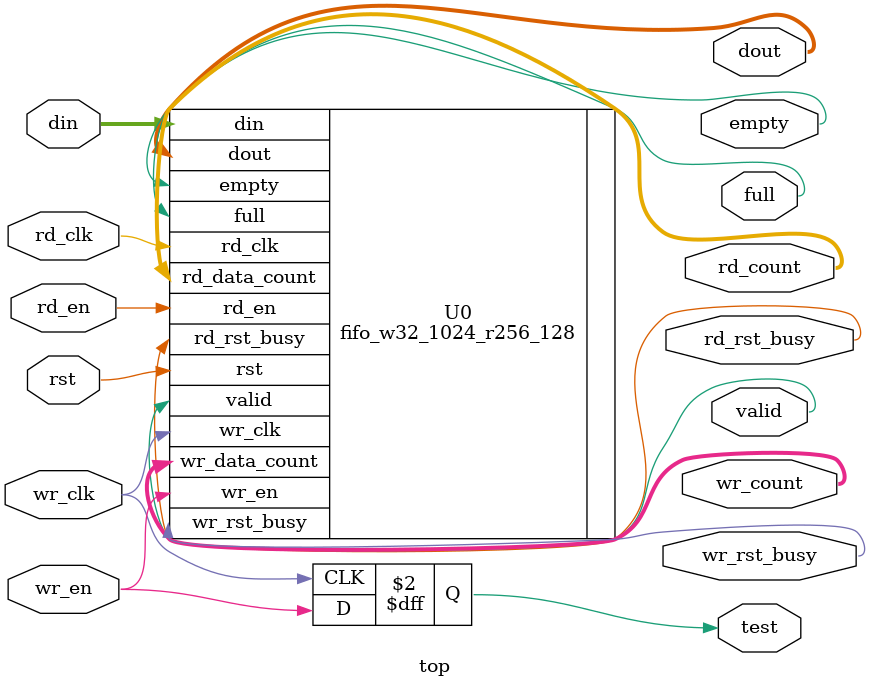
<source format=v>
`timescale 1ns / 100ps

module top(
    input wire rst,
    input wire wr_clk, rd_clk,
    input wire [31:0] din,
    input wire wr_en, rd_en,

    output wire [255:0] dout,
    output wire full, empty, valid,
    output wire [9:0] wr_count,
    output wire [6:0] rd_count,
    output wire wr_rst_busy, rd_rst_busy,
    output reg test
    );

    fifo_w32_1024_r256_128 U0 (
        .rst(rst),
        .wr_clk(wr_clk),
        .rd_clk(rd_clk),
        .din(din),
        .wr_en(wr_en),
        .rd_en(rd_en),
        .dout(dout),
        .full(full),
        .empty(empty),
        .valid(valid),
        .rd_data_count(rd_count),
        .wr_data_count(wr_count),
        .wr_rst_busy(wr_rst_busy),
        .rd_rst_busy(rd_rst_busy)
    );
    
    always @(posedge wr_clk) begin
        test <= wr_en;
    end

endmodule
</source>
